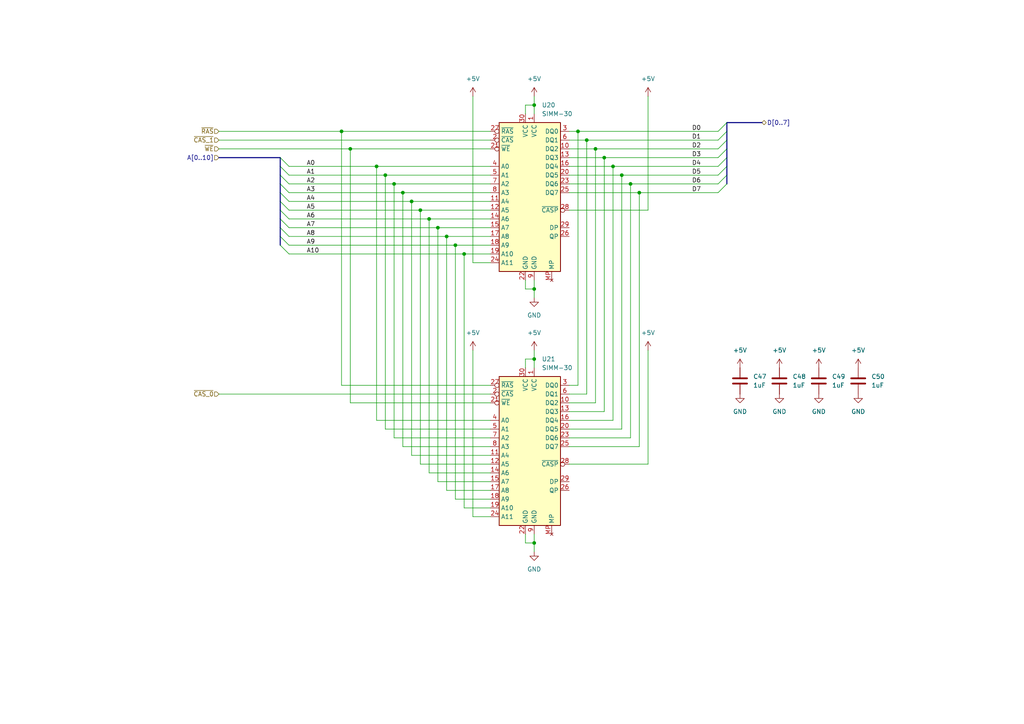
<source format=kicad_sch>
(kicad_sch (version 20230121) (generator eeschema)
  (paper "A4")
  (title_block (title "Anachron RAM bank"))
  (lib_symbols
    (symbol "Device:C" (pin_numbers hide) (pin_names (offset 0.254))
      (property "Reference" "C" (at 0.635 2.54 0))
      (property "Value" "C" (at 0.635 -2.54 0))
      (symbol "C_0_1"
        (polyline (pts (xy -2.032 -0.762) (xy 2.032 -0.762)) (stroke (width 0.508)))
        (polyline (pts (xy -2.032 0.762) (xy 2.032 0.762)) (stroke (width 0.508)))
      )
      (symbol "C_1_1"
        (pin passive line (at 0 3.81 270) (length 2.794) (name "~") (number "1"))
        (pin passive line (at 0 -3.81 90) (length 2.794) (name "~") (number "2"))
      )
    )
    (symbol "anachron:SIMM-30"
      (property "Reference" "U" (at -11.43 24.13 0))
      (property "Value" "SIMM-30" (at -11.43 21.59 0))
      (symbol "SIMM-30_0_0"
        (pin power_in line (at 2.54 22.86 270) (length 2.54) (name "VCC") (number "1"))
        (pin bidirectional line (at 12.7 12.7 180) (length 2.54) (name "DQ2") (number "10"))
        (pin input line (at -10.16 -2.54 0) (length 2.54) (name "A4") (number "11"))
        (pin input line (at -10.16 -5.08 0) (length 2.54) (name "A5") (number "12"))
        (pin bidirectional line (at 12.7 10.16 180) (length 2.54) (name "DQ3") (number "13"))
        (pin input line (at -10.16 -7.62 0) (length 2.54) (name "A6") (number "14"))
        (pin input line (at -10.16 -10.16 0) (length 2.54) (name "A7") (number "15"))
        (pin bidirectional line (at 12.7 7.62 180) (length 2.54) (name "DQ4") (number "16"))
        (pin input line (at -10.16 -12.7 0) (length 2.54) (name "A8") (number "17"))
        (pin input line (at -10.16 -15.24 0) (length 2.54) (name "A9") (number "18"))
        (pin input line (at -10.16 -17.78 0) (length 2.54) (name "A10") (number "19"))
        (pin input inverted (at -10.16 15.24 0) (length 2.54) (name "~{CAS}") (number "2"))
        (pin bidirectional line (at 12.7 5.08 180) (length 2.54) (name "DQ5") (number "20"))
        (pin input inverted (at -10.16 12.7 0) (length 2.54) (name "~{WE}") (number "21"))
        (pin power_in line (at 0 -25.4 90) (length 2.54) (name "GND") (number "22"))
        (pin bidirectional line (at 12.7 2.54 180) (length 2.54) (name "DQ6") (number "23"))
        (pin input line (at -10.16 -20.32 0) (length 2.54) (name "A11") (number "24"))
        (pin bidirectional line (at 12.7 0 180) (length 2.54) (name "DQ7") (number "25"))
        (pin output line (at 12.7 -12.7 180) (length 2.54) (name "QP") (number "26"))
        (pin input inverted (at -10.16 17.78 0) (length 2.54) (name "~{RAS}") (number "27"))
        (pin input inverted (at 12.7 -5.08 180) (length 2.54) (name "~{CASP}") (number "28"))
        (pin input line (at 12.7 -10.16 180) (length 2.54) (name "DP") (number "29"))
        (pin bidirectional line (at 12.7 17.78 180) (length 2.54) (name "DQ0") (number "3"))
        (pin power_in line (at 0 22.86 270) (length 2.54) (name "VCC") (number "30"))
        (pin input line (at -10.16 7.62 0) (length 2.54) (name "A0") (number "4"))
        (pin input line (at -10.16 5.08 0) (length 2.54) (name "A1") (number "5"))
        (pin bidirectional line (at 12.7 15.24 180) (length 2.54) (name "DQ1") (number "6"))
        (pin input line (at -10.16 2.54 0) (length 2.54) (name "A2") (number "7"))
        (pin input line (at -10.16 0 0) (length 2.54) (name "A3") (number "8"))
        (pin power_in line (at 2.54 -25.4 90) (length 2.54) (name "GND") (number "9"))
        (pin no_connect line (at 7.62 -25.4 90) (length 2.54) (name "MP") (number "MP"))
      )
      (symbol "SIMM-30_0_1"
        (rectangle (start -7.62 20.32) (end 10.16 -22.86) (stroke (width 0.254)) (fill (type background)))
      )
    )
    (symbol "power:+5V" (power) (pin_names (offset 0))
      (property "Value" "+5V" (at 0 3.556 0))
      (symbol "+5V_0_1"
        (polyline (pts (xy -0.762 1.27) (xy 0 2.54)))
        (polyline (pts (xy 0 0) (xy 0 2.54)))
        (polyline (pts (xy 0 2.54) (xy 0.762 1.27)))
      )
      (symbol "+5V_1_1"
        (pin power_in line (at 0 0 90) (length 0) hide (name "+5V") (number "1"))
      )
    )
    (symbol "power:GND" (power) (pin_names (offset 0))
      (property "Value" "GND" (at 0 -3.81 0))
      (symbol "GND_0_1"
        (polyline (pts (xy 0 0) (xy 0 -1.27) (xy 1.27 -1.27) (xy 0 -2.54) (xy -1.27 -1.27) (xy 0 -1.27)))
      )
      (symbol "GND_1_1"
        (pin power_in line (at 0 0 270) (length 0) hide (name "GND") (number "1"))
      )
    )
  )
  (junction (at 154.94 30.48))
  (junction (at 182.88 53.34))
  (junction (at 167.64 38.1))
  (junction (at 116.84 55.88))
  (junction (at 134.62 73.66))
  (junction (at 129.54 68.58))
  (junction (at 154.94 83.82))
  (junction (at 119.38 58.42))
  (junction (at 154.94 104.14))
  (junction (at 170.18 40.64))
  (junction (at 127 66.04))
  (junction (at 109.22 48.26))
  (junction (at 99.06 38.1))
  (junction (at 175.26 45.72))
  (junction (at 114.3 53.34))
  (junction (at 121.92 60.96))
  (junction (at 124.46 63.5))
  (junction (at 185.42 55.88))
  (junction (at 132.08 71.12))
  (junction (at 172.72 43.18))
  (junction (at 177.8 48.26))
  (junction (at 154.94 157.48))
  (junction (at 101.6 43.18))
  (junction (at 111.76 50.8))
  (junction (at 180.34 50.8))
  (bus_entry (at 81.28 58.42) (size 2.54 2.54))
  (bus_entry (at 208.28 45.72) (size 2.54 -2.54))
  (bus_entry (at 208.28 53.34) (size 2.54 -2.54))
  (bus_entry (at 81.28 68.58) (size 2.54 2.54))
  (bus_entry (at 81.28 53.34) (size 2.54 2.54))
  (bus_entry (at 81.28 55.88) (size 2.54 2.54))
  (bus_entry (at 208.28 40.64) (size 2.54 -2.54))
  (bus_entry (at 208.28 43.18) (size 2.54 -2.54))
  (bus_entry (at 81.28 60.96) (size 2.54 2.54))
  (bus_entry (at 81.28 45.72) (size 2.54 2.54))
  (bus_entry (at 81.28 48.26) (size 2.54 2.54))
  (bus_entry (at 208.28 50.8) (size 2.54 -2.54))
  (bus_entry (at 208.28 55.88) (size 2.54 -2.54))
  (bus_entry (at 81.28 66.04) (size 2.54 2.54))
  (bus_entry (at 208.28 38.1) (size 2.54 -2.54))
  (bus_entry (at 208.28 48.26) (size 2.54 -2.54))
  (bus_entry (at 81.28 50.8) (size 2.54 2.54))
  (bus_entry (at 81.28 71.12) (size 2.54 2.54))
  (bus_entry (at 81.28 63.5) (size 2.54 2.54))
  (wire (pts (xy 114.3 53.34) (xy 142.24 53.34)))
  (wire (pts (xy 152.4 104.14) (xy 154.94 104.14)))
  (wire (pts (xy 152.4 157.48) (xy 152.4 154.94)))
  (wire (pts (xy 154.94 81.28) (xy 154.94 83.82)))
  (wire (pts (xy 165.1 53.34) (xy 182.88 53.34)))
  (bus (pts (xy 81.28 53.34) (xy 81.28 55.88)))
  (wire (pts (xy 111.76 124.46) (xy 111.76 50.8)))
  (wire (pts (xy 185.42 129.54) (xy 165.1 129.54)))
  (bus (pts (xy 81.28 55.88) (xy 81.28 58.42)))
  (wire (pts (xy 121.92 60.96) (xy 142.24 60.96)))
  (wire (pts (xy 154.94 101.6) (xy 154.94 104.14)))
  (wire (pts (xy 185.42 55.88) (xy 185.42 129.54)))
  (wire (pts (xy 182.88 53.34) (xy 208.28 53.34)))
  (wire (pts (xy 83.82 50.8) (xy 111.76 50.8)))
  (wire (pts (xy 154.94 157.48) (xy 152.4 157.48)))
  (wire (pts (xy 175.26 119.38) (xy 165.1 119.38)))
  (wire (pts (xy 129.54 68.58) (xy 142.24 68.58)))
  (wire (pts (xy 127 66.04) (xy 142.24 66.04)))
  (wire (pts (xy 132.08 71.12) (xy 132.08 144.78)))
  (wire (pts (xy 99.06 111.76) (xy 99.06 38.1)))
  (wire (pts (xy 165.1 134.62) (xy 187.96 134.62)))
  (wire (pts (xy 180.34 50.8) (xy 208.28 50.8)))
  (wire (pts (xy 170.18 40.64) (xy 170.18 114.3)))
  (bus (pts (xy 210.82 53.34) (xy 210.82 50.8)))
  (wire (pts (xy 137.16 76.2) (xy 142.24 76.2)))
  (wire (pts (xy 137.16 101.6) (xy 137.16 149.86)))
  (wire (pts (xy 121.92 134.62) (xy 121.92 60.96)))
  (wire (pts (xy 142.24 137.16) (xy 124.46 137.16)))
  (wire (pts (xy 142.24 149.86) (xy 137.16 149.86)))
  (bus (pts (xy 210.82 50.8) (xy 210.82 48.26)))
  (wire (pts (xy 177.8 121.92) (xy 165.1 121.92)))
  (wire (pts (xy 83.82 53.34) (xy 114.3 53.34)))
  (wire (pts (xy 83.82 73.66) (xy 134.62 73.66)))
  (wire (pts (xy 142.24 142.24) (xy 129.54 142.24)))
  (wire (pts (xy 154.94 27.94) (xy 154.94 30.48)))
  (wire (pts (xy 170.18 114.3) (xy 165.1 114.3)))
  (wire (pts (xy 142.24 124.46) (xy 111.76 124.46)))
  (wire (pts (xy 187.96 101.6) (xy 187.96 134.62)))
  (wire (pts (xy 165.1 40.64) (xy 170.18 40.64)))
  (wire (pts (xy 83.82 63.5) (xy 124.46 63.5)))
  (wire (pts (xy 63.5 114.3) (xy 142.24 114.3)))
  (wire (pts (xy 137.16 27.94) (xy 137.16 76.2)))
  (wire (pts (xy 167.64 38.1) (xy 167.64 111.76)))
  (wire (pts (xy 119.38 132.08) (xy 119.38 58.42)))
  (wire (pts (xy 129.54 68.58) (xy 129.54 142.24)))
  (wire (pts (xy 116.84 55.88) (xy 142.24 55.88)))
  (wire (pts (xy 83.82 55.88) (xy 116.84 55.88)))
  (wire (pts (xy 142.24 127) (xy 114.3 127)))
  (wire (pts (xy 154.94 83.82) (xy 152.4 83.82)))
  (bus (pts (xy 81.28 63.5) (xy 81.28 66.04)))
  (wire (pts (xy 175.26 45.72) (xy 175.26 119.38)))
  (wire (pts (xy 142.24 132.08) (xy 119.38 132.08)))
  (wire (pts (xy 83.82 60.96) (xy 121.92 60.96)))
  (wire (pts (xy 167.64 38.1) (xy 208.28 38.1)))
  (wire (pts (xy 182.88 127) (xy 165.1 127)))
  (wire (pts (xy 124.46 137.16) (xy 124.46 63.5)))
  (wire (pts (xy 111.76 50.8) (xy 142.24 50.8)))
  (bus (pts (xy 81.28 58.42) (xy 81.28 60.96)))
  (wire (pts (xy 132.08 144.78) (xy 142.24 144.78)))
  (wire (pts (xy 154.94 86.36) (xy 154.94 83.82)))
  (wire (pts (xy 177.8 48.26) (xy 177.8 121.92)))
  (bus (pts (xy 81.28 60.96) (xy 81.28 63.5)))
  (wire (pts (xy 180.34 124.46) (xy 165.1 124.46)))
  (wire (pts (xy 165.1 43.18) (xy 172.72 43.18)))
  (wire (pts (xy 142.24 147.32) (xy 134.62 147.32)))
  (wire (pts (xy 165.1 45.72) (xy 175.26 45.72)))
  (wire (pts (xy 134.62 147.32) (xy 134.62 73.66)))
  (bus (pts (xy 210.82 48.26) (xy 210.82 45.72)))
  (wire (pts (xy 182.88 53.34) (xy 182.88 127)))
  (wire (pts (xy 142.24 121.92) (xy 109.22 121.92)))
  (wire (pts (xy 180.34 50.8) (xy 180.34 124.46)))
  (wire (pts (xy 109.22 121.92) (xy 109.22 48.26)))
  (wire (pts (xy 83.82 48.26) (xy 109.22 48.26)))
  (wire (pts (xy 114.3 127) (xy 114.3 53.34)))
  (wire (pts (xy 165.1 38.1) (xy 167.64 38.1)))
  (wire (pts (xy 165.1 50.8) (xy 180.34 50.8)))
  (wire (pts (xy 83.82 66.04) (xy 127 66.04)))
  (wire (pts (xy 142.24 129.54) (xy 116.84 129.54)))
  (wire (pts (xy 177.8 48.26) (xy 208.28 48.26)))
  (wire (pts (xy 101.6 116.84) (xy 101.6 43.18)))
  (bus (pts (xy 81.28 45.72) (xy 81.28 48.26)))
  (wire (pts (xy 109.22 48.26) (xy 142.24 48.26)))
  (bus (pts (xy 81.28 66.04) (xy 81.28 68.58)))
  (wire (pts (xy 142.24 134.62) (xy 121.92 134.62)))
  (bus (pts (xy 81.28 50.8) (xy 81.28 53.34)))
  (wire (pts (xy 172.72 43.18) (xy 208.28 43.18)))
  (bus (pts (xy 210.82 40.64) (xy 210.82 38.1)))
  (wire (pts (xy 83.82 71.12) (xy 132.08 71.12)))
  (wire (pts (xy 170.18 40.64) (xy 208.28 40.64)))
  (bus (pts (xy 210.82 45.72) (xy 210.82 43.18)))
  (bus (pts (xy 210.82 35.56) (xy 220.98 35.56)))
  (wire (pts (xy 142.24 111.76) (xy 99.06 111.76)))
  (wire (pts (xy 63.5 38.1) (xy 99.06 38.1)))
  (wire (pts (xy 165.1 60.96) (xy 187.96 60.96)))
  (wire (pts (xy 142.24 139.7) (xy 127 139.7)))
  (bus (pts (xy 81.28 48.26) (xy 81.28 50.8)))
  (wire (pts (xy 142.24 116.84) (xy 101.6 116.84)))
  (wire (pts (xy 83.82 58.42) (xy 119.38 58.42)))
  (wire (pts (xy 154.94 30.48) (xy 154.94 33.02)))
  (wire (pts (xy 175.26 45.72) (xy 208.28 45.72)))
  (wire (pts (xy 152.4 83.82) (xy 152.4 81.28)))
  (wire (pts (xy 154.94 104.14) (xy 154.94 106.68)))
  (wire (pts (xy 124.46 63.5) (xy 142.24 63.5)))
  (wire (pts (xy 83.82 68.58) (xy 129.54 68.58)))
  (wire (pts (xy 172.72 116.84) (xy 165.1 116.84)))
  (wire (pts (xy 63.5 43.18) (xy 101.6 43.18)))
  (wire (pts (xy 152.4 106.68) (xy 152.4 104.14)))
  (wire (pts (xy 167.64 111.76) (xy 165.1 111.76)))
  (wire (pts (xy 187.96 27.94) (xy 187.96 60.96)))
  (wire (pts (xy 185.42 55.88) (xy 208.28 55.88)))
  (wire (pts (xy 127 66.04) (xy 127 139.7)))
  (bus (pts (xy 81.28 68.58) (xy 81.28 71.12)))
  (wire (pts (xy 152.4 33.02) (xy 152.4 30.48)))
  (wire (pts (xy 154.94 160.02) (xy 154.94 157.48)))
  (bus (pts (xy 63.5 45.72) (xy 81.28 45.72)))
  (wire (pts (xy 99.06 38.1) (xy 142.24 38.1)))
  (bus (pts (xy 210.82 38.1) (xy 210.82 35.56)))
  (wire (pts (xy 165.1 55.88) (xy 185.42 55.88)))
  (wire (pts (xy 119.38 58.42) (xy 142.24 58.42)))
  (wire (pts (xy 132.08 71.12) (xy 142.24 71.12)))
  (wire (pts (xy 63.5 40.64) (xy 142.24 40.64)))
  (wire (pts (xy 172.72 43.18) (xy 172.72 116.84)))
  (wire (pts (xy 101.6 43.18) (xy 142.24 43.18)))
  (wire (pts (xy 154.94 154.94) (xy 154.94 157.48)))
  (bus (pts (xy 210.82 43.18) (xy 210.82 40.64)))
  (wire (pts (xy 152.4 30.48) (xy 154.94 30.48)))
  (wire (pts (xy 134.62 73.66) (xy 142.24 73.66)))
  (wire (pts (xy 116.84 129.54) (xy 116.84 55.88)))
  (wire (pts (xy 165.1 48.26) (xy 177.8 48.26)))
  (label "A9" (at 88.9 71.12 0))
  (label "D3" (at 200.66 45.72 0))
  (label "A0" (at 88.9 48.26 0))
  (label "A2" (at 88.9 53.34 0))
  (label "A6" (at 88.9 63.5 0))
  (label "D1" (at 200.66 40.64 0))
  (label "D4" (at 200.66 48.26 0))
  (label "A8" (at 88.9 68.58 0))
  (label "A5" (at 88.9 60.96 0))
  (label "D5" (at 200.66 50.8 0))
  (label "D2" (at 200.66 43.18 0))
  (label "D0" (at 200.66 38.1 0))
  (label "A10" (at 88.9 73.66 0))
  (label "D6" (at 200.66 53.34 0))
  (label "D7" (at 200.66 55.88 0))
  (label "A4" (at 88.9 58.42 0))
  (label "A1" (at 88.9 50.8 0))
  (label "A3" (at 88.9 55.88 0))
  (label "A7" (at 88.9 66.04 0))
  (hierarchical_label "~{CAS_1}" (shape input) (at 63.5 40.64 180))
  (hierarchical_label "D[0..7]" (shape bidirectional) (at 220.98 35.56 0))
  (hierarchical_label "~{RAS}" (shape input) (at 63.5 38.1 180))
  (hierarchical_label "~{WE}" (shape input) (at 63.5 43.18 180))
  (hierarchical_label "~{CAS_0}" (shape input) (at 63.5 114.3 180))
  (hierarchical_label "A[0..10]" (shape input) (at 63.5 45.72 180))
  (symbol (lib_id "power:GND") (at 237.49 114.3 0) (unit 1)
    (property "Reference" "#PWR0226" (effects hide))
    (property "Value" "GND" (at 237.49 119.38 0))
    (instances (project "a1_mega" (path "" (reference "#PWR0226") (unit 1)) (path "" (reference "#PWR0236") (unit 1))))
  )
  (symbol (lib_id "power:+5V") (at 154.94 27.94 0) (unit 1)
    (property "Reference" "#PWR052" (effects hide))
    (property "Value" "+5V" (at 154.94 22.86 0))
    (instances (project "a1_mega" (path "" (reference "#PWR052") (unit 1)) (path "" (reference "#PWR0121") (unit 1))))
  )
  (symbol (lib_id "power:+5V") (at 154.94 101.6 0) (unit 1)
    (property "Reference" "#PWR054" (effects hide))
    (property "Value" "+5V" (at 154.94 96.52 0))
    (instances (project "a1_mega" (path "" (reference "#PWR054") (unit 1)) (path "" (reference "#PWR0123") (unit 1))))
  )
  (symbol (lib_id "power:+5V") (at 214.63 106.68 0) (unit 1)
    (property "Reference" "#PWR0221" (effects hide))
    (property "Value" "+5V" (at 214.63 101.6 0))
    (instances (project "a1_mega" (path "" (reference "#PWR0221") (unit 1)) (path "" (reference "#PWR0231") (unit 1))))
  )
  (symbol (lib_id "power:+5V") (at 187.96 27.94 0) (unit 1)
    (property "Reference" "#PWR056" (effects hide))
    (property "Value" "+5V" (at 187.96 22.86 0))
    (instances (project "a1_mega" (path "" (reference "#PWR056") (unit 1)) (path "" (reference "#PWR0125") (unit 1))))
  )
  (symbol (lib_id "anachron:SIMM-30") (at 152.4 129.54 0) (unit 1)
    (property "Reference" "U21" (at 157.1341 104.14 0) (effects (justify left)))
    (property "Value" "SIMM-30" (at 157.1341 106.68 0) (effects (justify left)))
    (property "Footprint" "anachron:SIMM-30" (effects hide))
    (instances (project "a1_mega" (path "" (reference "U21") (unit 1)) (path "" (reference "U31") (unit 1))))
  )
  (symbol (lib_id "Device:C") (at 248.92 110.49 0) (unit 1)
    (property "Reference" "C50" (at 252.73 109.22 0) (effects (justify left)))
    (property "Value" "1uF" (at 252.73 111.76 0) (effects (justify left)))
    (property "Footprint" "Capacitor_THT:C_Disc_D4.7mm_W2.5mm_P5.00mm" (effects hide))
    (property "mpf#" "FG28X5R1H105KRT06" (effects hide))
    (instances (project "a1_mega" (path "" (reference "C50") (unit 1)) (path "" (reference "C55") (unit 1))))
  )
  (symbol (lib_id "power:GND") (at 154.94 160.02 0) (unit 1)
    (property "Reference" "#PWR055" (effects hide))
    (property "Value" "GND" (at 154.94 165.1 0))
    (instances (project "a1_mega" (path "" (reference "#PWR055") (unit 1)) (path "" (reference "#PWR0124") (unit 1))))
  )
  (symbol (lib_id "Device:C") (at 237.49 110.49 0) (unit 1)
    (property "Reference" "C49" (at 241.3 109.22 0) (effects (justify left)))
    (property "Value" "1uF" (at 241.3 111.76 0) (effects (justify left)))
    (property "Footprint" "Capacitor_THT:C_Disc_D4.7mm_W2.5mm_P5.00mm" (effects hide))
    (property "mpf#" "FG28X5R1H105KRT06" (effects hide))
    (instances (project "a1_mega" (path "" (reference "C49") (unit 1)) (path "" (reference "C54") (unit 1))))
  )
  (symbol (lib_id "power:+5V") (at 226.06 106.68 0) (unit 1)
    (property "Reference" "#PWR0223" (effects hide))
    (property "Value" "+5V" (at 226.06 101.6 0))
    (instances (project "a1_mega" (path "" (reference "#PWR0223") (unit 1)) (path "" (reference "#PWR0233") (unit 1))))
  )
  (symbol (lib_id "Device:C") (at 226.06 110.49 0) (unit 1)
    (property "Reference" "C48" (at 229.87 109.22 0) (effects (justify left)))
    (property "Value" "1uF" (at 229.87 111.76 0) (effects (justify left)))
    (property "Footprint" "Capacitor_THT:C_Disc_D4.7mm_W2.5mm_P5.00mm" (effects hide))
    (property "mpf#" "FG28X5R1H105KRT06" (effects hide))
    (instances (project "a1_mega" (path "" (reference "C48") (unit 1)) (path "" (reference "C53") (unit 1))))
  )
  (symbol (lib_id "anachron:SIMM-30") (at 152.4 55.88 0) (unit 1)
    (property "Reference" "U20" (at 157.1341 30.48 0) (effects (justify left)))
    (property "Value" "SIMM-30" (at 157.1341 33.02 0) (effects (justify left)))
    (property "Footprint" "anachron:SIMM-30" (effects hide))
    (instances (project "a1_mega" (path "" (reference "U20") (unit 1)) (path "" (reference "U30") (unit 1))))
  )
  (symbol (lib_id "power:GND") (at 248.92 114.3 0) (unit 1)
    (property "Reference" "#PWR0228" (effects hide))
    (property "Value" "GND" (at 248.92 119.38 0))
    (instances (project "a1_mega" (path "" (reference "#PWR0228") (unit 1)) (path "" (reference "#PWR0238") (unit 1))))
  )
  (symbol (lib_id "power:+5V") (at 237.49 106.68 0) (unit 1)
    (property "Reference" "#PWR0225" (effects hide))
    (property "Value" "+5V" (at 237.49 101.6 0))
    (instances (project "a1_mega" (path "" (reference "#PWR0225") (unit 1)) (path "" (reference "#PWR0235") (unit 1))))
  )
  (symbol (lib_id "power:GND") (at 214.63 114.3 0) (unit 1)
    (property "Reference" "#PWR0222" (effects hide))
    (property "Value" "GND" (at 214.63 119.38 0))
    (instances (project "a1_mega" (path "" (reference "#PWR0222") (unit 1)) (path "" (reference "#PWR0232") (unit 1))))
  )
  (symbol (lib_id "power:+5V") (at 248.92 106.68 0) (unit 1)
    (property "Reference" "#PWR0227" (effects hide))
    (property "Value" "+5V" (at 248.92 101.6 0))
    (instances (project "a1_mega" (path "" (reference "#PWR0227") (unit 1)) (path "" (reference "#PWR0237") (unit 1))))
  )
  (symbol (lib_id "power:+5V") (at 137.16 27.94 0) (unit 1)
    (property "Reference" "#PWR050" (effects hide))
    (property "Value" "+5V" (at 137.16 22.86 0))
    (instances (project "a1_mega" (path "" (reference "#PWR050") (unit 1)) (path "" (reference "#PWR0119") (unit 1))))
  )
  (symbol (lib_id "power:+5V") (at 187.96 101.6 0) (unit 1)
    (property "Reference" "#PWR057" (effects hide))
    (property "Value" "+5V" (at 187.96 96.52 0))
    (instances (project "a1_mega" (path "" (reference "#PWR057") (unit 1)) (path "" (reference "#PWR0126") (unit 1))))
  )
  (symbol (lib_id "Device:C") (at 214.63 110.49 0) (unit 1)
    (property "Reference" "C47" (at 218.44 109.22 0) (effects (justify left)))
    (property "Value" "1uF" (at 218.44 111.76 0) (effects (justify left)))
    (property "Footprint" "Capacitor_THT:C_Disc_D4.7mm_W2.5mm_P5.00mm" (effects hide))
    (property "mpf#" "FG28X5R1H105KRT06" (effects hide))
    (instances (project "a1_mega" (path "" (reference "C47") (unit 1)) (path "" (reference "C52") (unit 1))))
  )
  (symbol (lib_id "power:+5V") (at 137.16 101.6 0) (unit 1)
    (property "Reference" "#PWR051" (effects hide))
    (property "Value" "+5V" (at 137.16 96.52 0))
    (instances (project "a1_mega" (path "" (reference "#PWR051") (unit 1)) (path "" (reference "#PWR0120") (unit 1))))
  )
  (symbol (lib_id "power:GND") (at 154.94 86.36 0) (unit 1)
    (property "Reference" "#PWR053" (effects hide))
    (property "Value" "GND" (at 154.94 91.44 0))
    (instances (project "a1_mega" (path "" (reference "#PWR053") (unit 1)) (path "" (reference "#PWR0122") (unit 1))))
  )
  (symbol (lib_id "power:GND") (at 226.06 114.3 0) (unit 1)
    (property "Reference" "#PWR0224" (effects hide))
    (property "Value" "GND" (at 226.06 119.38 0))
    (instances (project "a1_mega" (path "" (reference "#PWR0224") (unit 1)) (path "" (reference "#PWR0234") (unit 1))))
  )
)
</source>
